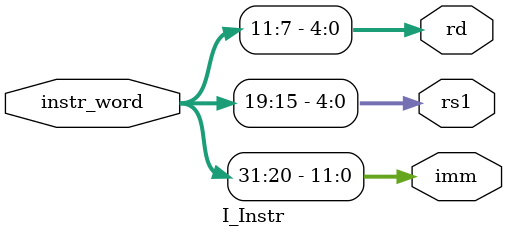
<source format=v>
`timescale 1ns / 1ps


module I_Instr(
    input [31:0] instr_word,
    output reg[11:0]imm,
    output reg[4:0] rs1,
    output reg[4:0] rd    
    );
    always @(instr_word)
    begin
        imm=instr_word[31:20];
        rs1=instr_word[19:15];
        rd=instr_word[11:7];
    end
endmodule

</source>
